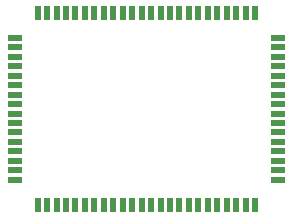
<source format=gbr>
%TF.GenerationSoftware,KiCad,Pcbnew,7.0.9-7.0.9~ubuntu20.04.1*%
%TF.CreationDate,2023-12-26T20:59:22+01:00*%
%TF.ProjectId,6303_FP,36333033-5f46-4502-9e6b-696361645f70,rev?*%
%TF.SameCoordinates,Original*%
%TF.FileFunction,Paste,Top*%
%TF.FilePolarity,Positive*%
%FSLAX46Y46*%
G04 Gerber Fmt 4.6, Leading zero omitted, Abs format (unit mm)*
G04 Created by KiCad (PCBNEW 7.0.9-7.0.9~ubuntu20.04.1) date 2023-12-26 20:59:22*
%MOMM*%
%LPD*%
G01*
G04 APERTURE LIST*
%ADD10R,0.500000X1.300000*%
%ADD11R,1.300000X0.500000*%
G04 APERTURE END LIST*
D10*
%TO.C,U4*%
X189384000Y-72688000D03*
X190184000Y-72688000D03*
X190984000Y-72688000D03*
X191784000Y-72688000D03*
X192584000Y-72688000D03*
X193384000Y-72688000D03*
X194184000Y-72688000D03*
X194984000Y-72688000D03*
X195784000Y-72688000D03*
X196584000Y-72688000D03*
X197384000Y-72688000D03*
X198184000Y-72688000D03*
X198984000Y-72688000D03*
X199784000Y-72688000D03*
X200584000Y-72688000D03*
X201384000Y-72688000D03*
X202184000Y-72688000D03*
X202984000Y-72688000D03*
X203784000Y-72688000D03*
X204584000Y-72688000D03*
X205384000Y-72688000D03*
X206184000Y-72688000D03*
X206984000Y-72688000D03*
X207784000Y-72688000D03*
D11*
X209734000Y-70538000D03*
X209734000Y-69738000D03*
X209734000Y-68938000D03*
X209734000Y-68138000D03*
X209734000Y-67338000D03*
X209734000Y-66538000D03*
X209734000Y-65738000D03*
X209734000Y-64938000D03*
X209734000Y-64138000D03*
X209734000Y-63338000D03*
X209734000Y-62538000D03*
X209734000Y-61738000D03*
X209734000Y-60938000D03*
X209734000Y-60138000D03*
X209734000Y-59338000D03*
X209734000Y-58538000D03*
D10*
X207784000Y-56388000D03*
X206984000Y-56388000D03*
X206184000Y-56388000D03*
X205384000Y-56388000D03*
X204584000Y-56388000D03*
X203784000Y-56388000D03*
X202984000Y-56388000D03*
X202184000Y-56388000D03*
X201384000Y-56388000D03*
X200584000Y-56388000D03*
X199784000Y-56388000D03*
X198984000Y-56388000D03*
X198184000Y-56388000D03*
X197384000Y-56388000D03*
X196584000Y-56388000D03*
X195784000Y-56388000D03*
X194984000Y-56388000D03*
X194184000Y-56388000D03*
X193384000Y-56388000D03*
X192584000Y-56388000D03*
X191784000Y-56388000D03*
X190984000Y-56388000D03*
X190184000Y-56388000D03*
X189384000Y-56388000D03*
D11*
X187434000Y-58538000D03*
X187434000Y-59338000D03*
X187434000Y-60138000D03*
X187434000Y-60938000D03*
X187434000Y-61738000D03*
X187434000Y-62538000D03*
X187434000Y-63338000D03*
X187434000Y-64138000D03*
X187434000Y-64938000D03*
X187434000Y-65738000D03*
X187434000Y-66538000D03*
X187434000Y-67338000D03*
X187434000Y-68138000D03*
X187434000Y-68938000D03*
X187434000Y-69738000D03*
X187434000Y-70538000D03*
%TD*%
M02*

</source>
